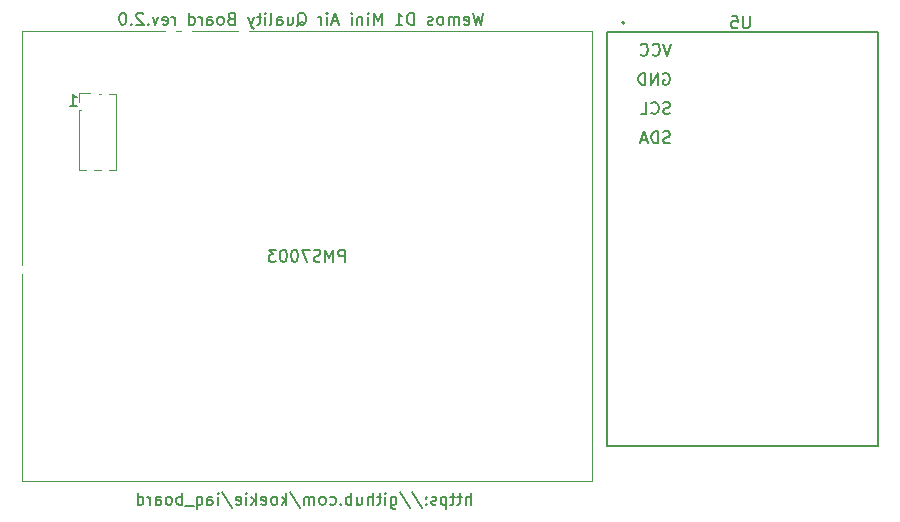
<source format=gbo>
%TF.GenerationSoftware,KiCad,Pcbnew,7.0.1*%
%TF.CreationDate,2023-03-22T16:32:41+01:00*%
%TF.ProjectId,iaq_device,6961715f-6465-4766-9963-652e6b696361,rev?*%
%TF.SameCoordinates,Original*%
%TF.FileFunction,Legend,Bot*%
%TF.FilePolarity,Positive*%
%FSLAX46Y46*%
G04 Gerber Fmt 4.6, Leading zero omitted, Abs format (unit mm)*
G04 Created by KiCad (PCBNEW 7.0.1) date 2023-03-22 16:32:41*
%MOMM*%
%LPD*%
G01*
G04 APERTURE LIST*
%ADD10C,0.150000*%
%ADD11C,0.120000*%
%ADD12C,0.127000*%
%ADD13C,0.200000*%
%ADD14R,1.000000X1.000000*%
%ADD15O,1.000000X1.000000*%
%ADD16R,1.700000X1.700000*%
%ADD17C,1.700000*%
%ADD18O,1.700000X1.700000*%
%ADD19R,1.650000X1.650000*%
%ADD20C,1.650000*%
%ADD21C,0.800000*%
G04 APERTURE END LIST*
D10*
X154606666Y-79776904D02*
X154701904Y-79729285D01*
X154701904Y-79729285D02*
X154844761Y-79729285D01*
X154844761Y-79729285D02*
X154987618Y-79776904D01*
X154987618Y-79776904D02*
X155082856Y-79872142D01*
X155082856Y-79872142D02*
X155130475Y-79967380D01*
X155130475Y-79967380D02*
X155178094Y-80157856D01*
X155178094Y-80157856D02*
X155178094Y-80300713D01*
X155178094Y-80300713D02*
X155130475Y-80491189D01*
X155130475Y-80491189D02*
X155082856Y-80586427D01*
X155082856Y-80586427D02*
X154987618Y-80681666D01*
X154987618Y-80681666D02*
X154844761Y-80729285D01*
X154844761Y-80729285D02*
X154749523Y-80729285D01*
X154749523Y-80729285D02*
X154606666Y-80681666D01*
X154606666Y-80681666D02*
X154559047Y-80634046D01*
X154559047Y-80634046D02*
X154559047Y-80300713D01*
X154559047Y-80300713D02*
X154749523Y-80300713D01*
X154130475Y-80729285D02*
X154130475Y-79729285D01*
X154130475Y-79729285D02*
X153559047Y-80729285D01*
X153559047Y-80729285D02*
X153559047Y-79729285D01*
X153082856Y-80729285D02*
X153082856Y-79729285D01*
X153082856Y-79729285D02*
X152844761Y-79729285D01*
X152844761Y-79729285D02*
X152701904Y-79776904D01*
X152701904Y-79776904D02*
X152606666Y-79872142D01*
X152606666Y-79872142D02*
X152559047Y-79967380D01*
X152559047Y-79967380D02*
X152511428Y-80157856D01*
X152511428Y-80157856D02*
X152511428Y-80300713D01*
X152511428Y-80300713D02*
X152559047Y-80491189D01*
X152559047Y-80491189D02*
X152606666Y-80586427D01*
X152606666Y-80586427D02*
X152701904Y-80681666D01*
X152701904Y-80681666D02*
X152844761Y-80729285D01*
X152844761Y-80729285D02*
X153082856Y-80729285D01*
X155178094Y-83158332D02*
X155035237Y-83205951D01*
X155035237Y-83205951D02*
X154797142Y-83205951D01*
X154797142Y-83205951D02*
X154701904Y-83158332D01*
X154701904Y-83158332D02*
X154654285Y-83110712D01*
X154654285Y-83110712D02*
X154606666Y-83015474D01*
X154606666Y-83015474D02*
X154606666Y-82920236D01*
X154606666Y-82920236D02*
X154654285Y-82824998D01*
X154654285Y-82824998D02*
X154701904Y-82777379D01*
X154701904Y-82777379D02*
X154797142Y-82729760D01*
X154797142Y-82729760D02*
X154987618Y-82682141D01*
X154987618Y-82682141D02*
X155082856Y-82634522D01*
X155082856Y-82634522D02*
X155130475Y-82586903D01*
X155130475Y-82586903D02*
X155178094Y-82491665D01*
X155178094Y-82491665D02*
X155178094Y-82396427D01*
X155178094Y-82396427D02*
X155130475Y-82301189D01*
X155130475Y-82301189D02*
X155082856Y-82253570D01*
X155082856Y-82253570D02*
X154987618Y-82205951D01*
X154987618Y-82205951D02*
X154749523Y-82205951D01*
X154749523Y-82205951D02*
X154606666Y-82253570D01*
X153606666Y-83110712D02*
X153654285Y-83158332D01*
X153654285Y-83158332D02*
X153797142Y-83205951D01*
X153797142Y-83205951D02*
X153892380Y-83205951D01*
X153892380Y-83205951D02*
X154035237Y-83158332D01*
X154035237Y-83158332D02*
X154130475Y-83063093D01*
X154130475Y-83063093D02*
X154178094Y-82967855D01*
X154178094Y-82967855D02*
X154225713Y-82777379D01*
X154225713Y-82777379D02*
X154225713Y-82634522D01*
X154225713Y-82634522D02*
X154178094Y-82444046D01*
X154178094Y-82444046D02*
X154130475Y-82348808D01*
X154130475Y-82348808D02*
X154035237Y-82253570D01*
X154035237Y-82253570D02*
X153892380Y-82205951D01*
X153892380Y-82205951D02*
X153797142Y-82205951D01*
X153797142Y-82205951D02*
X153654285Y-82253570D01*
X153654285Y-82253570D02*
X153606666Y-82301189D01*
X152701904Y-83205951D02*
X153178094Y-83205951D01*
X153178094Y-83205951D02*
X153178094Y-82205951D01*
X139380571Y-74646619D02*
X139142476Y-75646619D01*
X139142476Y-75646619D02*
X138952000Y-74932333D01*
X138952000Y-74932333D02*
X138761524Y-75646619D01*
X138761524Y-75646619D02*
X138523429Y-74646619D01*
X137761524Y-75599000D02*
X137856762Y-75646619D01*
X137856762Y-75646619D02*
X138047238Y-75646619D01*
X138047238Y-75646619D02*
X138142476Y-75599000D01*
X138142476Y-75599000D02*
X138190095Y-75503761D01*
X138190095Y-75503761D02*
X138190095Y-75122809D01*
X138190095Y-75122809D02*
X138142476Y-75027571D01*
X138142476Y-75027571D02*
X138047238Y-74979952D01*
X138047238Y-74979952D02*
X137856762Y-74979952D01*
X137856762Y-74979952D02*
X137761524Y-75027571D01*
X137761524Y-75027571D02*
X137713905Y-75122809D01*
X137713905Y-75122809D02*
X137713905Y-75218047D01*
X137713905Y-75218047D02*
X138190095Y-75313285D01*
X137285333Y-75646619D02*
X137285333Y-74979952D01*
X137285333Y-75075190D02*
X137237714Y-75027571D01*
X137237714Y-75027571D02*
X137142476Y-74979952D01*
X137142476Y-74979952D02*
X136999619Y-74979952D01*
X136999619Y-74979952D02*
X136904381Y-75027571D01*
X136904381Y-75027571D02*
X136856762Y-75122809D01*
X136856762Y-75122809D02*
X136856762Y-75646619D01*
X136856762Y-75122809D02*
X136809143Y-75027571D01*
X136809143Y-75027571D02*
X136713905Y-74979952D01*
X136713905Y-74979952D02*
X136571048Y-74979952D01*
X136571048Y-74979952D02*
X136475809Y-75027571D01*
X136475809Y-75027571D02*
X136428190Y-75122809D01*
X136428190Y-75122809D02*
X136428190Y-75646619D01*
X135809143Y-75646619D02*
X135904381Y-75599000D01*
X135904381Y-75599000D02*
X135952000Y-75551380D01*
X135952000Y-75551380D02*
X135999619Y-75456142D01*
X135999619Y-75456142D02*
X135999619Y-75170428D01*
X135999619Y-75170428D02*
X135952000Y-75075190D01*
X135952000Y-75075190D02*
X135904381Y-75027571D01*
X135904381Y-75027571D02*
X135809143Y-74979952D01*
X135809143Y-74979952D02*
X135666286Y-74979952D01*
X135666286Y-74979952D02*
X135571048Y-75027571D01*
X135571048Y-75027571D02*
X135523429Y-75075190D01*
X135523429Y-75075190D02*
X135475810Y-75170428D01*
X135475810Y-75170428D02*
X135475810Y-75456142D01*
X135475810Y-75456142D02*
X135523429Y-75551380D01*
X135523429Y-75551380D02*
X135571048Y-75599000D01*
X135571048Y-75599000D02*
X135666286Y-75646619D01*
X135666286Y-75646619D02*
X135809143Y-75646619D01*
X135094857Y-75599000D02*
X134999619Y-75646619D01*
X134999619Y-75646619D02*
X134809143Y-75646619D01*
X134809143Y-75646619D02*
X134713905Y-75599000D01*
X134713905Y-75599000D02*
X134666286Y-75503761D01*
X134666286Y-75503761D02*
X134666286Y-75456142D01*
X134666286Y-75456142D02*
X134713905Y-75360904D01*
X134713905Y-75360904D02*
X134809143Y-75313285D01*
X134809143Y-75313285D02*
X134952000Y-75313285D01*
X134952000Y-75313285D02*
X135047238Y-75265666D01*
X135047238Y-75265666D02*
X135094857Y-75170428D01*
X135094857Y-75170428D02*
X135094857Y-75122809D01*
X135094857Y-75122809D02*
X135047238Y-75027571D01*
X135047238Y-75027571D02*
X134952000Y-74979952D01*
X134952000Y-74979952D02*
X134809143Y-74979952D01*
X134809143Y-74979952D02*
X134713905Y-75027571D01*
X133475809Y-75646619D02*
X133475809Y-74646619D01*
X133475809Y-74646619D02*
X133237714Y-74646619D01*
X133237714Y-74646619D02*
X133094857Y-74694238D01*
X133094857Y-74694238D02*
X132999619Y-74789476D01*
X132999619Y-74789476D02*
X132952000Y-74884714D01*
X132952000Y-74884714D02*
X132904381Y-75075190D01*
X132904381Y-75075190D02*
X132904381Y-75218047D01*
X132904381Y-75218047D02*
X132952000Y-75408523D01*
X132952000Y-75408523D02*
X132999619Y-75503761D01*
X132999619Y-75503761D02*
X133094857Y-75599000D01*
X133094857Y-75599000D02*
X133237714Y-75646619D01*
X133237714Y-75646619D02*
X133475809Y-75646619D01*
X131952000Y-75646619D02*
X132523428Y-75646619D01*
X132237714Y-75646619D02*
X132237714Y-74646619D01*
X132237714Y-74646619D02*
X132332952Y-74789476D01*
X132332952Y-74789476D02*
X132428190Y-74884714D01*
X132428190Y-74884714D02*
X132523428Y-74932333D01*
X130761523Y-75646619D02*
X130761523Y-74646619D01*
X130761523Y-74646619D02*
X130428190Y-75360904D01*
X130428190Y-75360904D02*
X130094857Y-74646619D01*
X130094857Y-74646619D02*
X130094857Y-75646619D01*
X129618666Y-75646619D02*
X129618666Y-74979952D01*
X129618666Y-74646619D02*
X129666285Y-74694238D01*
X129666285Y-74694238D02*
X129618666Y-74741857D01*
X129618666Y-74741857D02*
X129571047Y-74694238D01*
X129571047Y-74694238D02*
X129618666Y-74646619D01*
X129618666Y-74646619D02*
X129618666Y-74741857D01*
X129142476Y-74979952D02*
X129142476Y-75646619D01*
X129142476Y-75075190D02*
X129094857Y-75027571D01*
X129094857Y-75027571D02*
X128999619Y-74979952D01*
X128999619Y-74979952D02*
X128856762Y-74979952D01*
X128856762Y-74979952D02*
X128761524Y-75027571D01*
X128761524Y-75027571D02*
X128713905Y-75122809D01*
X128713905Y-75122809D02*
X128713905Y-75646619D01*
X128237714Y-75646619D02*
X128237714Y-74979952D01*
X128237714Y-74646619D02*
X128285333Y-74694238D01*
X128285333Y-74694238D02*
X128237714Y-74741857D01*
X128237714Y-74741857D02*
X128190095Y-74694238D01*
X128190095Y-74694238D02*
X128237714Y-74646619D01*
X128237714Y-74646619D02*
X128237714Y-74741857D01*
X127047238Y-75360904D02*
X126571048Y-75360904D01*
X127142476Y-75646619D02*
X126809143Y-74646619D01*
X126809143Y-74646619D02*
X126475810Y-75646619D01*
X126142476Y-75646619D02*
X126142476Y-74979952D01*
X126142476Y-74646619D02*
X126190095Y-74694238D01*
X126190095Y-74694238D02*
X126142476Y-74741857D01*
X126142476Y-74741857D02*
X126094857Y-74694238D01*
X126094857Y-74694238D02*
X126142476Y-74646619D01*
X126142476Y-74646619D02*
X126142476Y-74741857D01*
X125666286Y-75646619D02*
X125666286Y-74979952D01*
X125666286Y-75170428D02*
X125618667Y-75075190D01*
X125618667Y-75075190D02*
X125571048Y-75027571D01*
X125571048Y-75027571D02*
X125475810Y-74979952D01*
X125475810Y-74979952D02*
X125380572Y-74979952D01*
X123618667Y-75741857D02*
X123713905Y-75694238D01*
X123713905Y-75694238D02*
X123809143Y-75599000D01*
X123809143Y-75599000D02*
X123952000Y-75456142D01*
X123952000Y-75456142D02*
X124047238Y-75408523D01*
X124047238Y-75408523D02*
X124142476Y-75408523D01*
X124094857Y-75646619D02*
X124190095Y-75599000D01*
X124190095Y-75599000D02*
X124285333Y-75503761D01*
X124285333Y-75503761D02*
X124332952Y-75313285D01*
X124332952Y-75313285D02*
X124332952Y-74979952D01*
X124332952Y-74979952D02*
X124285333Y-74789476D01*
X124285333Y-74789476D02*
X124190095Y-74694238D01*
X124190095Y-74694238D02*
X124094857Y-74646619D01*
X124094857Y-74646619D02*
X123904381Y-74646619D01*
X123904381Y-74646619D02*
X123809143Y-74694238D01*
X123809143Y-74694238D02*
X123713905Y-74789476D01*
X123713905Y-74789476D02*
X123666286Y-74979952D01*
X123666286Y-74979952D02*
X123666286Y-75313285D01*
X123666286Y-75313285D02*
X123713905Y-75503761D01*
X123713905Y-75503761D02*
X123809143Y-75599000D01*
X123809143Y-75599000D02*
X123904381Y-75646619D01*
X123904381Y-75646619D02*
X124094857Y-75646619D01*
X122809143Y-74979952D02*
X122809143Y-75646619D01*
X123237714Y-74979952D02*
X123237714Y-75503761D01*
X123237714Y-75503761D02*
X123190095Y-75599000D01*
X123190095Y-75599000D02*
X123094857Y-75646619D01*
X123094857Y-75646619D02*
X122952000Y-75646619D01*
X122952000Y-75646619D02*
X122856762Y-75599000D01*
X122856762Y-75599000D02*
X122809143Y-75551380D01*
X121904381Y-75646619D02*
X121904381Y-75122809D01*
X121904381Y-75122809D02*
X121952000Y-75027571D01*
X121952000Y-75027571D02*
X122047238Y-74979952D01*
X122047238Y-74979952D02*
X122237714Y-74979952D01*
X122237714Y-74979952D02*
X122332952Y-75027571D01*
X121904381Y-75599000D02*
X121999619Y-75646619D01*
X121999619Y-75646619D02*
X122237714Y-75646619D01*
X122237714Y-75646619D02*
X122332952Y-75599000D01*
X122332952Y-75599000D02*
X122380571Y-75503761D01*
X122380571Y-75503761D02*
X122380571Y-75408523D01*
X122380571Y-75408523D02*
X122332952Y-75313285D01*
X122332952Y-75313285D02*
X122237714Y-75265666D01*
X122237714Y-75265666D02*
X121999619Y-75265666D01*
X121999619Y-75265666D02*
X121904381Y-75218047D01*
X121285333Y-75646619D02*
X121380571Y-75599000D01*
X121380571Y-75599000D02*
X121428190Y-75503761D01*
X121428190Y-75503761D02*
X121428190Y-74646619D01*
X120904380Y-75646619D02*
X120904380Y-74979952D01*
X120904380Y-74646619D02*
X120951999Y-74694238D01*
X120951999Y-74694238D02*
X120904380Y-74741857D01*
X120904380Y-74741857D02*
X120856761Y-74694238D01*
X120856761Y-74694238D02*
X120904380Y-74646619D01*
X120904380Y-74646619D02*
X120904380Y-74741857D01*
X120571047Y-74979952D02*
X120190095Y-74979952D01*
X120428190Y-74646619D02*
X120428190Y-75503761D01*
X120428190Y-75503761D02*
X120380571Y-75599000D01*
X120380571Y-75599000D02*
X120285333Y-75646619D01*
X120285333Y-75646619D02*
X120190095Y-75646619D01*
X119951999Y-74979952D02*
X119713904Y-75646619D01*
X119475809Y-74979952D02*
X119713904Y-75646619D01*
X119713904Y-75646619D02*
X119809142Y-75884714D01*
X119809142Y-75884714D02*
X119856761Y-75932333D01*
X119856761Y-75932333D02*
X119951999Y-75979952D01*
X117999618Y-75122809D02*
X117856761Y-75170428D01*
X117856761Y-75170428D02*
X117809142Y-75218047D01*
X117809142Y-75218047D02*
X117761523Y-75313285D01*
X117761523Y-75313285D02*
X117761523Y-75456142D01*
X117761523Y-75456142D02*
X117809142Y-75551380D01*
X117809142Y-75551380D02*
X117856761Y-75599000D01*
X117856761Y-75599000D02*
X117951999Y-75646619D01*
X117951999Y-75646619D02*
X118332951Y-75646619D01*
X118332951Y-75646619D02*
X118332951Y-74646619D01*
X118332951Y-74646619D02*
X117999618Y-74646619D01*
X117999618Y-74646619D02*
X117904380Y-74694238D01*
X117904380Y-74694238D02*
X117856761Y-74741857D01*
X117856761Y-74741857D02*
X117809142Y-74837095D01*
X117809142Y-74837095D02*
X117809142Y-74932333D01*
X117809142Y-74932333D02*
X117856761Y-75027571D01*
X117856761Y-75027571D02*
X117904380Y-75075190D01*
X117904380Y-75075190D02*
X117999618Y-75122809D01*
X117999618Y-75122809D02*
X118332951Y-75122809D01*
X117190094Y-75646619D02*
X117285332Y-75599000D01*
X117285332Y-75599000D02*
X117332951Y-75551380D01*
X117332951Y-75551380D02*
X117380570Y-75456142D01*
X117380570Y-75456142D02*
X117380570Y-75170428D01*
X117380570Y-75170428D02*
X117332951Y-75075190D01*
X117332951Y-75075190D02*
X117285332Y-75027571D01*
X117285332Y-75027571D02*
X117190094Y-74979952D01*
X117190094Y-74979952D02*
X117047237Y-74979952D01*
X117047237Y-74979952D02*
X116951999Y-75027571D01*
X116951999Y-75027571D02*
X116904380Y-75075190D01*
X116904380Y-75075190D02*
X116856761Y-75170428D01*
X116856761Y-75170428D02*
X116856761Y-75456142D01*
X116856761Y-75456142D02*
X116904380Y-75551380D01*
X116904380Y-75551380D02*
X116951999Y-75599000D01*
X116951999Y-75599000D02*
X117047237Y-75646619D01*
X117047237Y-75646619D02*
X117190094Y-75646619D01*
X115999618Y-75646619D02*
X115999618Y-75122809D01*
X115999618Y-75122809D02*
X116047237Y-75027571D01*
X116047237Y-75027571D02*
X116142475Y-74979952D01*
X116142475Y-74979952D02*
X116332951Y-74979952D01*
X116332951Y-74979952D02*
X116428189Y-75027571D01*
X115999618Y-75599000D02*
X116094856Y-75646619D01*
X116094856Y-75646619D02*
X116332951Y-75646619D01*
X116332951Y-75646619D02*
X116428189Y-75599000D01*
X116428189Y-75599000D02*
X116475808Y-75503761D01*
X116475808Y-75503761D02*
X116475808Y-75408523D01*
X116475808Y-75408523D02*
X116428189Y-75313285D01*
X116428189Y-75313285D02*
X116332951Y-75265666D01*
X116332951Y-75265666D02*
X116094856Y-75265666D01*
X116094856Y-75265666D02*
X115999618Y-75218047D01*
X115523427Y-75646619D02*
X115523427Y-74979952D01*
X115523427Y-75170428D02*
X115475808Y-75075190D01*
X115475808Y-75075190D02*
X115428189Y-75027571D01*
X115428189Y-75027571D02*
X115332951Y-74979952D01*
X115332951Y-74979952D02*
X115237713Y-74979952D01*
X114475808Y-75646619D02*
X114475808Y-74646619D01*
X114475808Y-75599000D02*
X114571046Y-75646619D01*
X114571046Y-75646619D02*
X114761522Y-75646619D01*
X114761522Y-75646619D02*
X114856760Y-75599000D01*
X114856760Y-75599000D02*
X114904379Y-75551380D01*
X114904379Y-75551380D02*
X114951998Y-75456142D01*
X114951998Y-75456142D02*
X114951998Y-75170428D01*
X114951998Y-75170428D02*
X114904379Y-75075190D01*
X114904379Y-75075190D02*
X114856760Y-75027571D01*
X114856760Y-75027571D02*
X114761522Y-74979952D01*
X114761522Y-74979952D02*
X114571046Y-74979952D01*
X114571046Y-74979952D02*
X114475808Y-75027571D01*
X113237712Y-75646619D02*
X113237712Y-74979952D01*
X113237712Y-75170428D02*
X113190093Y-75075190D01*
X113190093Y-75075190D02*
X113142474Y-75027571D01*
X113142474Y-75027571D02*
X113047236Y-74979952D01*
X113047236Y-74979952D02*
X112951998Y-74979952D01*
X112237712Y-75599000D02*
X112332950Y-75646619D01*
X112332950Y-75646619D02*
X112523426Y-75646619D01*
X112523426Y-75646619D02*
X112618664Y-75599000D01*
X112618664Y-75599000D02*
X112666283Y-75503761D01*
X112666283Y-75503761D02*
X112666283Y-75122809D01*
X112666283Y-75122809D02*
X112618664Y-75027571D01*
X112618664Y-75027571D02*
X112523426Y-74979952D01*
X112523426Y-74979952D02*
X112332950Y-74979952D01*
X112332950Y-74979952D02*
X112237712Y-75027571D01*
X112237712Y-75027571D02*
X112190093Y-75122809D01*
X112190093Y-75122809D02*
X112190093Y-75218047D01*
X112190093Y-75218047D02*
X112666283Y-75313285D01*
X111856759Y-74979952D02*
X111618664Y-75646619D01*
X111618664Y-75646619D02*
X111380569Y-74979952D01*
X110999616Y-75551380D02*
X110951997Y-75599000D01*
X110951997Y-75599000D02*
X110999616Y-75646619D01*
X110999616Y-75646619D02*
X111047235Y-75599000D01*
X111047235Y-75599000D02*
X110999616Y-75551380D01*
X110999616Y-75551380D02*
X110999616Y-75646619D01*
X110571045Y-74741857D02*
X110523426Y-74694238D01*
X110523426Y-74694238D02*
X110428188Y-74646619D01*
X110428188Y-74646619D02*
X110190093Y-74646619D01*
X110190093Y-74646619D02*
X110094855Y-74694238D01*
X110094855Y-74694238D02*
X110047236Y-74741857D01*
X110047236Y-74741857D02*
X109999617Y-74837095D01*
X109999617Y-74837095D02*
X109999617Y-74932333D01*
X109999617Y-74932333D02*
X110047236Y-75075190D01*
X110047236Y-75075190D02*
X110618664Y-75646619D01*
X110618664Y-75646619D02*
X109999617Y-75646619D01*
X109571045Y-75551380D02*
X109523426Y-75599000D01*
X109523426Y-75599000D02*
X109571045Y-75646619D01*
X109571045Y-75646619D02*
X109618664Y-75599000D01*
X109618664Y-75599000D02*
X109571045Y-75551380D01*
X109571045Y-75551380D02*
X109571045Y-75646619D01*
X108904379Y-74646619D02*
X108809141Y-74646619D01*
X108809141Y-74646619D02*
X108713903Y-74694238D01*
X108713903Y-74694238D02*
X108666284Y-74741857D01*
X108666284Y-74741857D02*
X108618665Y-74837095D01*
X108618665Y-74837095D02*
X108571046Y-75027571D01*
X108571046Y-75027571D02*
X108571046Y-75265666D01*
X108571046Y-75265666D02*
X108618665Y-75456142D01*
X108618665Y-75456142D02*
X108666284Y-75551380D01*
X108666284Y-75551380D02*
X108713903Y-75599000D01*
X108713903Y-75599000D02*
X108809141Y-75646619D01*
X108809141Y-75646619D02*
X108904379Y-75646619D01*
X108904379Y-75646619D02*
X108999617Y-75599000D01*
X108999617Y-75599000D02*
X109047236Y-75551380D01*
X109047236Y-75551380D02*
X109094855Y-75456142D01*
X109094855Y-75456142D02*
X109142474Y-75265666D01*
X109142474Y-75265666D02*
X109142474Y-75027571D01*
X109142474Y-75027571D02*
X109094855Y-74837095D01*
X109094855Y-74837095D02*
X109047236Y-74741857D01*
X109047236Y-74741857D02*
X108999617Y-74694238D01*
X108999617Y-74694238D02*
X108904379Y-74646619D01*
X155273332Y-77252619D02*
X154939999Y-78252619D01*
X154939999Y-78252619D02*
X154606666Y-77252619D01*
X153701904Y-78157380D02*
X153749523Y-78205000D01*
X153749523Y-78205000D02*
X153892380Y-78252619D01*
X153892380Y-78252619D02*
X153987618Y-78252619D01*
X153987618Y-78252619D02*
X154130475Y-78205000D01*
X154130475Y-78205000D02*
X154225713Y-78109761D01*
X154225713Y-78109761D02*
X154273332Y-78014523D01*
X154273332Y-78014523D02*
X154320951Y-77824047D01*
X154320951Y-77824047D02*
X154320951Y-77681190D01*
X154320951Y-77681190D02*
X154273332Y-77490714D01*
X154273332Y-77490714D02*
X154225713Y-77395476D01*
X154225713Y-77395476D02*
X154130475Y-77300238D01*
X154130475Y-77300238D02*
X153987618Y-77252619D01*
X153987618Y-77252619D02*
X153892380Y-77252619D01*
X153892380Y-77252619D02*
X153749523Y-77300238D01*
X153749523Y-77300238D02*
X153701904Y-77347857D01*
X152701904Y-78157380D02*
X152749523Y-78205000D01*
X152749523Y-78205000D02*
X152892380Y-78252619D01*
X152892380Y-78252619D02*
X152987618Y-78252619D01*
X152987618Y-78252619D02*
X153130475Y-78205000D01*
X153130475Y-78205000D02*
X153225713Y-78109761D01*
X153225713Y-78109761D02*
X153273332Y-78014523D01*
X153273332Y-78014523D02*
X153320951Y-77824047D01*
X153320951Y-77824047D02*
X153320951Y-77681190D01*
X153320951Y-77681190D02*
X153273332Y-77490714D01*
X153273332Y-77490714D02*
X153225713Y-77395476D01*
X153225713Y-77395476D02*
X153130475Y-77300238D01*
X153130475Y-77300238D02*
X152987618Y-77252619D01*
X152987618Y-77252619D02*
X152892380Y-77252619D01*
X152892380Y-77252619D02*
X152749523Y-77300238D01*
X152749523Y-77300238D02*
X152701904Y-77347857D01*
X155178095Y-85635000D02*
X155035238Y-85682619D01*
X155035238Y-85682619D02*
X154797143Y-85682619D01*
X154797143Y-85682619D02*
X154701905Y-85635000D01*
X154701905Y-85635000D02*
X154654286Y-85587380D01*
X154654286Y-85587380D02*
X154606667Y-85492142D01*
X154606667Y-85492142D02*
X154606667Y-85396904D01*
X154606667Y-85396904D02*
X154654286Y-85301666D01*
X154654286Y-85301666D02*
X154701905Y-85254047D01*
X154701905Y-85254047D02*
X154797143Y-85206428D01*
X154797143Y-85206428D02*
X154987619Y-85158809D01*
X154987619Y-85158809D02*
X155082857Y-85111190D01*
X155082857Y-85111190D02*
X155130476Y-85063571D01*
X155130476Y-85063571D02*
X155178095Y-84968333D01*
X155178095Y-84968333D02*
X155178095Y-84873095D01*
X155178095Y-84873095D02*
X155130476Y-84777857D01*
X155130476Y-84777857D02*
X155082857Y-84730238D01*
X155082857Y-84730238D02*
X154987619Y-84682619D01*
X154987619Y-84682619D02*
X154749524Y-84682619D01*
X154749524Y-84682619D02*
X154606667Y-84730238D01*
X154178095Y-85682619D02*
X154178095Y-84682619D01*
X154178095Y-84682619D02*
X153940000Y-84682619D01*
X153940000Y-84682619D02*
X153797143Y-84730238D01*
X153797143Y-84730238D02*
X153701905Y-84825476D01*
X153701905Y-84825476D02*
X153654286Y-84920714D01*
X153654286Y-84920714D02*
X153606667Y-85111190D01*
X153606667Y-85111190D02*
X153606667Y-85254047D01*
X153606667Y-85254047D02*
X153654286Y-85444523D01*
X153654286Y-85444523D02*
X153701905Y-85539761D01*
X153701905Y-85539761D02*
X153797143Y-85635000D01*
X153797143Y-85635000D02*
X153940000Y-85682619D01*
X153940000Y-85682619D02*
X154178095Y-85682619D01*
X153225714Y-85396904D02*
X152749524Y-85396904D01*
X153320952Y-85682619D02*
X152987619Y-84682619D01*
X152987619Y-84682619D02*
X152654286Y-85682619D01*
X138301238Y-116286619D02*
X138301238Y-115286619D01*
X137872667Y-116286619D02*
X137872667Y-115762809D01*
X137872667Y-115762809D02*
X137920286Y-115667571D01*
X137920286Y-115667571D02*
X138015524Y-115619952D01*
X138015524Y-115619952D02*
X138158381Y-115619952D01*
X138158381Y-115619952D02*
X138253619Y-115667571D01*
X138253619Y-115667571D02*
X138301238Y-115715190D01*
X137539333Y-115619952D02*
X137158381Y-115619952D01*
X137396476Y-115286619D02*
X137396476Y-116143761D01*
X137396476Y-116143761D02*
X137348857Y-116239000D01*
X137348857Y-116239000D02*
X137253619Y-116286619D01*
X137253619Y-116286619D02*
X137158381Y-116286619D01*
X136967904Y-115619952D02*
X136586952Y-115619952D01*
X136825047Y-115286619D02*
X136825047Y-116143761D01*
X136825047Y-116143761D02*
X136777428Y-116239000D01*
X136777428Y-116239000D02*
X136682190Y-116286619D01*
X136682190Y-116286619D02*
X136586952Y-116286619D01*
X136253618Y-115619952D02*
X136253618Y-116619952D01*
X136253618Y-115667571D02*
X136158380Y-115619952D01*
X136158380Y-115619952D02*
X135967904Y-115619952D01*
X135967904Y-115619952D02*
X135872666Y-115667571D01*
X135872666Y-115667571D02*
X135825047Y-115715190D01*
X135825047Y-115715190D02*
X135777428Y-115810428D01*
X135777428Y-115810428D02*
X135777428Y-116096142D01*
X135777428Y-116096142D02*
X135825047Y-116191380D01*
X135825047Y-116191380D02*
X135872666Y-116239000D01*
X135872666Y-116239000D02*
X135967904Y-116286619D01*
X135967904Y-116286619D02*
X136158380Y-116286619D01*
X136158380Y-116286619D02*
X136253618Y-116239000D01*
X135396475Y-116239000D02*
X135301237Y-116286619D01*
X135301237Y-116286619D02*
X135110761Y-116286619D01*
X135110761Y-116286619D02*
X135015523Y-116239000D01*
X135015523Y-116239000D02*
X134967904Y-116143761D01*
X134967904Y-116143761D02*
X134967904Y-116096142D01*
X134967904Y-116096142D02*
X135015523Y-116000904D01*
X135015523Y-116000904D02*
X135110761Y-115953285D01*
X135110761Y-115953285D02*
X135253618Y-115953285D01*
X135253618Y-115953285D02*
X135348856Y-115905666D01*
X135348856Y-115905666D02*
X135396475Y-115810428D01*
X135396475Y-115810428D02*
X135396475Y-115762809D01*
X135396475Y-115762809D02*
X135348856Y-115667571D01*
X135348856Y-115667571D02*
X135253618Y-115619952D01*
X135253618Y-115619952D02*
X135110761Y-115619952D01*
X135110761Y-115619952D02*
X135015523Y-115667571D01*
X134539332Y-116191380D02*
X134491713Y-116239000D01*
X134491713Y-116239000D02*
X134539332Y-116286619D01*
X134539332Y-116286619D02*
X134586951Y-116239000D01*
X134586951Y-116239000D02*
X134539332Y-116191380D01*
X134539332Y-116191380D02*
X134539332Y-116286619D01*
X134539332Y-115667571D02*
X134491713Y-115715190D01*
X134491713Y-115715190D02*
X134539332Y-115762809D01*
X134539332Y-115762809D02*
X134586951Y-115715190D01*
X134586951Y-115715190D02*
X134539332Y-115667571D01*
X134539332Y-115667571D02*
X134539332Y-115762809D01*
X133348857Y-115239000D02*
X134205999Y-116524714D01*
X132301238Y-115239000D02*
X133158380Y-116524714D01*
X131539333Y-115619952D02*
X131539333Y-116429476D01*
X131539333Y-116429476D02*
X131586952Y-116524714D01*
X131586952Y-116524714D02*
X131634571Y-116572333D01*
X131634571Y-116572333D02*
X131729809Y-116619952D01*
X131729809Y-116619952D02*
X131872666Y-116619952D01*
X131872666Y-116619952D02*
X131967904Y-116572333D01*
X131539333Y-116239000D02*
X131634571Y-116286619D01*
X131634571Y-116286619D02*
X131825047Y-116286619D01*
X131825047Y-116286619D02*
X131920285Y-116239000D01*
X131920285Y-116239000D02*
X131967904Y-116191380D01*
X131967904Y-116191380D02*
X132015523Y-116096142D01*
X132015523Y-116096142D02*
X132015523Y-115810428D01*
X132015523Y-115810428D02*
X131967904Y-115715190D01*
X131967904Y-115715190D02*
X131920285Y-115667571D01*
X131920285Y-115667571D02*
X131825047Y-115619952D01*
X131825047Y-115619952D02*
X131634571Y-115619952D01*
X131634571Y-115619952D02*
X131539333Y-115667571D01*
X131063142Y-116286619D02*
X131063142Y-115619952D01*
X131063142Y-115286619D02*
X131110761Y-115334238D01*
X131110761Y-115334238D02*
X131063142Y-115381857D01*
X131063142Y-115381857D02*
X131015523Y-115334238D01*
X131015523Y-115334238D02*
X131063142Y-115286619D01*
X131063142Y-115286619D02*
X131063142Y-115381857D01*
X130729809Y-115619952D02*
X130348857Y-115619952D01*
X130586952Y-115286619D02*
X130586952Y-116143761D01*
X130586952Y-116143761D02*
X130539333Y-116239000D01*
X130539333Y-116239000D02*
X130444095Y-116286619D01*
X130444095Y-116286619D02*
X130348857Y-116286619D01*
X130015523Y-116286619D02*
X130015523Y-115286619D01*
X129586952Y-116286619D02*
X129586952Y-115762809D01*
X129586952Y-115762809D02*
X129634571Y-115667571D01*
X129634571Y-115667571D02*
X129729809Y-115619952D01*
X129729809Y-115619952D02*
X129872666Y-115619952D01*
X129872666Y-115619952D02*
X129967904Y-115667571D01*
X129967904Y-115667571D02*
X130015523Y-115715190D01*
X128682190Y-115619952D02*
X128682190Y-116286619D01*
X129110761Y-115619952D02*
X129110761Y-116143761D01*
X129110761Y-116143761D02*
X129063142Y-116239000D01*
X129063142Y-116239000D02*
X128967904Y-116286619D01*
X128967904Y-116286619D02*
X128825047Y-116286619D01*
X128825047Y-116286619D02*
X128729809Y-116239000D01*
X128729809Y-116239000D02*
X128682190Y-116191380D01*
X128205999Y-116286619D02*
X128205999Y-115286619D01*
X128205999Y-115667571D02*
X128110761Y-115619952D01*
X128110761Y-115619952D02*
X127920285Y-115619952D01*
X127920285Y-115619952D02*
X127825047Y-115667571D01*
X127825047Y-115667571D02*
X127777428Y-115715190D01*
X127777428Y-115715190D02*
X127729809Y-115810428D01*
X127729809Y-115810428D02*
X127729809Y-116096142D01*
X127729809Y-116096142D02*
X127777428Y-116191380D01*
X127777428Y-116191380D02*
X127825047Y-116239000D01*
X127825047Y-116239000D02*
X127920285Y-116286619D01*
X127920285Y-116286619D02*
X128110761Y-116286619D01*
X128110761Y-116286619D02*
X128205999Y-116239000D01*
X127301237Y-116191380D02*
X127253618Y-116239000D01*
X127253618Y-116239000D02*
X127301237Y-116286619D01*
X127301237Y-116286619D02*
X127348856Y-116239000D01*
X127348856Y-116239000D02*
X127301237Y-116191380D01*
X127301237Y-116191380D02*
X127301237Y-116286619D01*
X126396476Y-116239000D02*
X126491714Y-116286619D01*
X126491714Y-116286619D02*
X126682190Y-116286619D01*
X126682190Y-116286619D02*
X126777428Y-116239000D01*
X126777428Y-116239000D02*
X126825047Y-116191380D01*
X126825047Y-116191380D02*
X126872666Y-116096142D01*
X126872666Y-116096142D02*
X126872666Y-115810428D01*
X126872666Y-115810428D02*
X126825047Y-115715190D01*
X126825047Y-115715190D02*
X126777428Y-115667571D01*
X126777428Y-115667571D02*
X126682190Y-115619952D01*
X126682190Y-115619952D02*
X126491714Y-115619952D01*
X126491714Y-115619952D02*
X126396476Y-115667571D01*
X125825047Y-116286619D02*
X125920285Y-116239000D01*
X125920285Y-116239000D02*
X125967904Y-116191380D01*
X125967904Y-116191380D02*
X126015523Y-116096142D01*
X126015523Y-116096142D02*
X126015523Y-115810428D01*
X126015523Y-115810428D02*
X125967904Y-115715190D01*
X125967904Y-115715190D02*
X125920285Y-115667571D01*
X125920285Y-115667571D02*
X125825047Y-115619952D01*
X125825047Y-115619952D02*
X125682190Y-115619952D01*
X125682190Y-115619952D02*
X125586952Y-115667571D01*
X125586952Y-115667571D02*
X125539333Y-115715190D01*
X125539333Y-115715190D02*
X125491714Y-115810428D01*
X125491714Y-115810428D02*
X125491714Y-116096142D01*
X125491714Y-116096142D02*
X125539333Y-116191380D01*
X125539333Y-116191380D02*
X125586952Y-116239000D01*
X125586952Y-116239000D02*
X125682190Y-116286619D01*
X125682190Y-116286619D02*
X125825047Y-116286619D01*
X125063142Y-116286619D02*
X125063142Y-115619952D01*
X125063142Y-115715190D02*
X125015523Y-115667571D01*
X125015523Y-115667571D02*
X124920285Y-115619952D01*
X124920285Y-115619952D02*
X124777428Y-115619952D01*
X124777428Y-115619952D02*
X124682190Y-115667571D01*
X124682190Y-115667571D02*
X124634571Y-115762809D01*
X124634571Y-115762809D02*
X124634571Y-116286619D01*
X124634571Y-115762809D02*
X124586952Y-115667571D01*
X124586952Y-115667571D02*
X124491714Y-115619952D01*
X124491714Y-115619952D02*
X124348857Y-115619952D01*
X124348857Y-115619952D02*
X124253618Y-115667571D01*
X124253618Y-115667571D02*
X124205999Y-115762809D01*
X124205999Y-115762809D02*
X124205999Y-116286619D01*
X123015524Y-115239000D02*
X123872666Y-116524714D01*
X122682190Y-116286619D02*
X122682190Y-115286619D01*
X122586952Y-115905666D02*
X122301238Y-116286619D01*
X122301238Y-115619952D02*
X122682190Y-116000904D01*
X121729809Y-116286619D02*
X121825047Y-116239000D01*
X121825047Y-116239000D02*
X121872666Y-116191380D01*
X121872666Y-116191380D02*
X121920285Y-116096142D01*
X121920285Y-116096142D02*
X121920285Y-115810428D01*
X121920285Y-115810428D02*
X121872666Y-115715190D01*
X121872666Y-115715190D02*
X121825047Y-115667571D01*
X121825047Y-115667571D02*
X121729809Y-115619952D01*
X121729809Y-115619952D02*
X121586952Y-115619952D01*
X121586952Y-115619952D02*
X121491714Y-115667571D01*
X121491714Y-115667571D02*
X121444095Y-115715190D01*
X121444095Y-115715190D02*
X121396476Y-115810428D01*
X121396476Y-115810428D02*
X121396476Y-116096142D01*
X121396476Y-116096142D02*
X121444095Y-116191380D01*
X121444095Y-116191380D02*
X121491714Y-116239000D01*
X121491714Y-116239000D02*
X121586952Y-116286619D01*
X121586952Y-116286619D02*
X121729809Y-116286619D01*
X120586952Y-116239000D02*
X120682190Y-116286619D01*
X120682190Y-116286619D02*
X120872666Y-116286619D01*
X120872666Y-116286619D02*
X120967904Y-116239000D01*
X120967904Y-116239000D02*
X121015523Y-116143761D01*
X121015523Y-116143761D02*
X121015523Y-115762809D01*
X121015523Y-115762809D02*
X120967904Y-115667571D01*
X120967904Y-115667571D02*
X120872666Y-115619952D01*
X120872666Y-115619952D02*
X120682190Y-115619952D01*
X120682190Y-115619952D02*
X120586952Y-115667571D01*
X120586952Y-115667571D02*
X120539333Y-115762809D01*
X120539333Y-115762809D02*
X120539333Y-115858047D01*
X120539333Y-115858047D02*
X121015523Y-115953285D01*
X120110761Y-116286619D02*
X120110761Y-115286619D01*
X120015523Y-115905666D02*
X119729809Y-116286619D01*
X119729809Y-115619952D02*
X120110761Y-116000904D01*
X119301237Y-116286619D02*
X119301237Y-115619952D01*
X119301237Y-115286619D02*
X119348856Y-115334238D01*
X119348856Y-115334238D02*
X119301237Y-115381857D01*
X119301237Y-115381857D02*
X119253618Y-115334238D01*
X119253618Y-115334238D02*
X119301237Y-115286619D01*
X119301237Y-115286619D02*
X119301237Y-115381857D01*
X118444095Y-116239000D02*
X118539333Y-116286619D01*
X118539333Y-116286619D02*
X118729809Y-116286619D01*
X118729809Y-116286619D02*
X118825047Y-116239000D01*
X118825047Y-116239000D02*
X118872666Y-116143761D01*
X118872666Y-116143761D02*
X118872666Y-115762809D01*
X118872666Y-115762809D02*
X118825047Y-115667571D01*
X118825047Y-115667571D02*
X118729809Y-115619952D01*
X118729809Y-115619952D02*
X118539333Y-115619952D01*
X118539333Y-115619952D02*
X118444095Y-115667571D01*
X118444095Y-115667571D02*
X118396476Y-115762809D01*
X118396476Y-115762809D02*
X118396476Y-115858047D01*
X118396476Y-115858047D02*
X118872666Y-115953285D01*
X117253619Y-115239000D02*
X118110761Y-116524714D01*
X116920285Y-116286619D02*
X116920285Y-115619952D01*
X116920285Y-115286619D02*
X116967904Y-115334238D01*
X116967904Y-115334238D02*
X116920285Y-115381857D01*
X116920285Y-115381857D02*
X116872666Y-115334238D01*
X116872666Y-115334238D02*
X116920285Y-115286619D01*
X116920285Y-115286619D02*
X116920285Y-115381857D01*
X116015524Y-116286619D02*
X116015524Y-115762809D01*
X116015524Y-115762809D02*
X116063143Y-115667571D01*
X116063143Y-115667571D02*
X116158381Y-115619952D01*
X116158381Y-115619952D02*
X116348857Y-115619952D01*
X116348857Y-115619952D02*
X116444095Y-115667571D01*
X116015524Y-116239000D02*
X116110762Y-116286619D01*
X116110762Y-116286619D02*
X116348857Y-116286619D01*
X116348857Y-116286619D02*
X116444095Y-116239000D01*
X116444095Y-116239000D02*
X116491714Y-116143761D01*
X116491714Y-116143761D02*
X116491714Y-116048523D01*
X116491714Y-116048523D02*
X116444095Y-115953285D01*
X116444095Y-115953285D02*
X116348857Y-115905666D01*
X116348857Y-115905666D02*
X116110762Y-115905666D01*
X116110762Y-115905666D02*
X116015524Y-115858047D01*
X115110762Y-115619952D02*
X115110762Y-116619952D01*
X115110762Y-116239000D02*
X115206000Y-116286619D01*
X115206000Y-116286619D02*
X115396476Y-116286619D01*
X115396476Y-116286619D02*
X115491714Y-116239000D01*
X115491714Y-116239000D02*
X115539333Y-116191380D01*
X115539333Y-116191380D02*
X115586952Y-116096142D01*
X115586952Y-116096142D02*
X115586952Y-115810428D01*
X115586952Y-115810428D02*
X115539333Y-115715190D01*
X115539333Y-115715190D02*
X115491714Y-115667571D01*
X115491714Y-115667571D02*
X115396476Y-115619952D01*
X115396476Y-115619952D02*
X115206000Y-115619952D01*
X115206000Y-115619952D02*
X115110762Y-115667571D01*
X114872667Y-116381857D02*
X114110762Y-116381857D01*
X113872666Y-116286619D02*
X113872666Y-115286619D01*
X113872666Y-115667571D02*
X113777428Y-115619952D01*
X113777428Y-115619952D02*
X113586952Y-115619952D01*
X113586952Y-115619952D02*
X113491714Y-115667571D01*
X113491714Y-115667571D02*
X113444095Y-115715190D01*
X113444095Y-115715190D02*
X113396476Y-115810428D01*
X113396476Y-115810428D02*
X113396476Y-116096142D01*
X113396476Y-116096142D02*
X113444095Y-116191380D01*
X113444095Y-116191380D02*
X113491714Y-116239000D01*
X113491714Y-116239000D02*
X113586952Y-116286619D01*
X113586952Y-116286619D02*
X113777428Y-116286619D01*
X113777428Y-116286619D02*
X113872666Y-116239000D01*
X112825047Y-116286619D02*
X112920285Y-116239000D01*
X112920285Y-116239000D02*
X112967904Y-116191380D01*
X112967904Y-116191380D02*
X113015523Y-116096142D01*
X113015523Y-116096142D02*
X113015523Y-115810428D01*
X113015523Y-115810428D02*
X112967904Y-115715190D01*
X112967904Y-115715190D02*
X112920285Y-115667571D01*
X112920285Y-115667571D02*
X112825047Y-115619952D01*
X112825047Y-115619952D02*
X112682190Y-115619952D01*
X112682190Y-115619952D02*
X112586952Y-115667571D01*
X112586952Y-115667571D02*
X112539333Y-115715190D01*
X112539333Y-115715190D02*
X112491714Y-115810428D01*
X112491714Y-115810428D02*
X112491714Y-116096142D01*
X112491714Y-116096142D02*
X112539333Y-116191380D01*
X112539333Y-116191380D02*
X112586952Y-116239000D01*
X112586952Y-116239000D02*
X112682190Y-116286619D01*
X112682190Y-116286619D02*
X112825047Y-116286619D01*
X111634571Y-116286619D02*
X111634571Y-115762809D01*
X111634571Y-115762809D02*
X111682190Y-115667571D01*
X111682190Y-115667571D02*
X111777428Y-115619952D01*
X111777428Y-115619952D02*
X111967904Y-115619952D01*
X111967904Y-115619952D02*
X112063142Y-115667571D01*
X111634571Y-116239000D02*
X111729809Y-116286619D01*
X111729809Y-116286619D02*
X111967904Y-116286619D01*
X111967904Y-116286619D02*
X112063142Y-116239000D01*
X112063142Y-116239000D02*
X112110761Y-116143761D01*
X112110761Y-116143761D02*
X112110761Y-116048523D01*
X112110761Y-116048523D02*
X112063142Y-115953285D01*
X112063142Y-115953285D02*
X111967904Y-115905666D01*
X111967904Y-115905666D02*
X111729809Y-115905666D01*
X111729809Y-115905666D02*
X111634571Y-115858047D01*
X111158380Y-116286619D02*
X111158380Y-115619952D01*
X111158380Y-115810428D02*
X111110761Y-115715190D01*
X111110761Y-115715190D02*
X111063142Y-115667571D01*
X111063142Y-115667571D02*
X110967904Y-115619952D01*
X110967904Y-115619952D02*
X110872666Y-115619952D01*
X110110761Y-116286619D02*
X110110761Y-115286619D01*
X110110761Y-116239000D02*
X110205999Y-116286619D01*
X110205999Y-116286619D02*
X110396475Y-116286619D01*
X110396475Y-116286619D02*
X110491713Y-116239000D01*
X110491713Y-116239000D02*
X110539332Y-116191380D01*
X110539332Y-116191380D02*
X110586951Y-116096142D01*
X110586951Y-116096142D02*
X110586951Y-115810428D01*
X110586951Y-115810428D02*
X110539332Y-115715190D01*
X110539332Y-115715190D02*
X110491713Y-115667571D01*
X110491713Y-115667571D02*
X110396475Y-115619952D01*
X110396475Y-115619952D02*
X110205999Y-115619952D01*
X110205999Y-115619952D02*
X110110761Y-115667571D01*
X127674285Y-95712619D02*
X127674285Y-94712619D01*
X127674285Y-94712619D02*
X127293333Y-94712619D01*
X127293333Y-94712619D02*
X127198095Y-94760238D01*
X127198095Y-94760238D02*
X127150476Y-94807857D01*
X127150476Y-94807857D02*
X127102857Y-94903095D01*
X127102857Y-94903095D02*
X127102857Y-95045952D01*
X127102857Y-95045952D02*
X127150476Y-95141190D01*
X127150476Y-95141190D02*
X127198095Y-95188809D01*
X127198095Y-95188809D02*
X127293333Y-95236428D01*
X127293333Y-95236428D02*
X127674285Y-95236428D01*
X126674285Y-95712619D02*
X126674285Y-94712619D01*
X126674285Y-94712619D02*
X126340952Y-95426904D01*
X126340952Y-95426904D02*
X126007619Y-94712619D01*
X126007619Y-94712619D02*
X126007619Y-95712619D01*
X125579047Y-95665000D02*
X125436190Y-95712619D01*
X125436190Y-95712619D02*
X125198095Y-95712619D01*
X125198095Y-95712619D02*
X125102857Y-95665000D01*
X125102857Y-95665000D02*
X125055238Y-95617380D01*
X125055238Y-95617380D02*
X125007619Y-95522142D01*
X125007619Y-95522142D02*
X125007619Y-95426904D01*
X125007619Y-95426904D02*
X125055238Y-95331666D01*
X125055238Y-95331666D02*
X125102857Y-95284047D01*
X125102857Y-95284047D02*
X125198095Y-95236428D01*
X125198095Y-95236428D02*
X125388571Y-95188809D01*
X125388571Y-95188809D02*
X125483809Y-95141190D01*
X125483809Y-95141190D02*
X125531428Y-95093571D01*
X125531428Y-95093571D02*
X125579047Y-94998333D01*
X125579047Y-94998333D02*
X125579047Y-94903095D01*
X125579047Y-94903095D02*
X125531428Y-94807857D01*
X125531428Y-94807857D02*
X125483809Y-94760238D01*
X125483809Y-94760238D02*
X125388571Y-94712619D01*
X125388571Y-94712619D02*
X125150476Y-94712619D01*
X125150476Y-94712619D02*
X125007619Y-94760238D01*
X124674285Y-94712619D02*
X124007619Y-94712619D01*
X124007619Y-94712619D02*
X124436190Y-95712619D01*
X123436190Y-94712619D02*
X123340952Y-94712619D01*
X123340952Y-94712619D02*
X123245714Y-94760238D01*
X123245714Y-94760238D02*
X123198095Y-94807857D01*
X123198095Y-94807857D02*
X123150476Y-94903095D01*
X123150476Y-94903095D02*
X123102857Y-95093571D01*
X123102857Y-95093571D02*
X123102857Y-95331666D01*
X123102857Y-95331666D02*
X123150476Y-95522142D01*
X123150476Y-95522142D02*
X123198095Y-95617380D01*
X123198095Y-95617380D02*
X123245714Y-95665000D01*
X123245714Y-95665000D02*
X123340952Y-95712619D01*
X123340952Y-95712619D02*
X123436190Y-95712619D01*
X123436190Y-95712619D02*
X123531428Y-95665000D01*
X123531428Y-95665000D02*
X123579047Y-95617380D01*
X123579047Y-95617380D02*
X123626666Y-95522142D01*
X123626666Y-95522142D02*
X123674285Y-95331666D01*
X123674285Y-95331666D02*
X123674285Y-95093571D01*
X123674285Y-95093571D02*
X123626666Y-94903095D01*
X123626666Y-94903095D02*
X123579047Y-94807857D01*
X123579047Y-94807857D02*
X123531428Y-94760238D01*
X123531428Y-94760238D02*
X123436190Y-94712619D01*
X122483809Y-94712619D02*
X122388571Y-94712619D01*
X122388571Y-94712619D02*
X122293333Y-94760238D01*
X122293333Y-94760238D02*
X122245714Y-94807857D01*
X122245714Y-94807857D02*
X122198095Y-94903095D01*
X122198095Y-94903095D02*
X122150476Y-95093571D01*
X122150476Y-95093571D02*
X122150476Y-95331666D01*
X122150476Y-95331666D02*
X122198095Y-95522142D01*
X122198095Y-95522142D02*
X122245714Y-95617380D01*
X122245714Y-95617380D02*
X122293333Y-95665000D01*
X122293333Y-95665000D02*
X122388571Y-95712619D01*
X122388571Y-95712619D02*
X122483809Y-95712619D01*
X122483809Y-95712619D02*
X122579047Y-95665000D01*
X122579047Y-95665000D02*
X122626666Y-95617380D01*
X122626666Y-95617380D02*
X122674285Y-95522142D01*
X122674285Y-95522142D02*
X122721904Y-95331666D01*
X122721904Y-95331666D02*
X122721904Y-95093571D01*
X122721904Y-95093571D02*
X122674285Y-94903095D01*
X122674285Y-94903095D02*
X122626666Y-94807857D01*
X122626666Y-94807857D02*
X122579047Y-94760238D01*
X122579047Y-94760238D02*
X122483809Y-94712619D01*
X121817142Y-94712619D02*
X121198095Y-94712619D01*
X121198095Y-94712619D02*
X121531428Y-95093571D01*
X121531428Y-95093571D02*
X121388571Y-95093571D01*
X121388571Y-95093571D02*
X121293333Y-95141190D01*
X121293333Y-95141190D02*
X121245714Y-95188809D01*
X121245714Y-95188809D02*
X121198095Y-95284047D01*
X121198095Y-95284047D02*
X121198095Y-95522142D01*
X121198095Y-95522142D02*
X121245714Y-95617380D01*
X121245714Y-95617380D02*
X121293333Y-95665000D01*
X121293333Y-95665000D02*
X121388571Y-95712619D01*
X121388571Y-95712619D02*
X121674285Y-95712619D01*
X121674285Y-95712619D02*
X121769523Y-95665000D01*
X121769523Y-95665000D02*
X121817142Y-95617380D01*
X104362285Y-82504619D02*
X104933713Y-82504619D01*
X104647999Y-82504619D02*
X104647999Y-81504619D01*
X104647999Y-81504619D02*
X104743237Y-81647476D01*
X104743237Y-81647476D02*
X104838475Y-81742714D01*
X104838475Y-81742714D02*
X104933713Y-81790333D01*
X161911904Y-74942619D02*
X161911904Y-75752142D01*
X161911904Y-75752142D02*
X161864285Y-75847380D01*
X161864285Y-75847380D02*
X161816666Y-75895000D01*
X161816666Y-75895000D02*
X161721428Y-75942619D01*
X161721428Y-75942619D02*
X161530952Y-75942619D01*
X161530952Y-75942619D02*
X161435714Y-75895000D01*
X161435714Y-75895000D02*
X161388095Y-75847380D01*
X161388095Y-75847380D02*
X161340476Y-75752142D01*
X161340476Y-75752142D02*
X161340476Y-74942619D01*
X160388095Y-74942619D02*
X160864285Y-74942619D01*
X160864285Y-74942619D02*
X160911904Y-75418809D01*
X160911904Y-75418809D02*
X160864285Y-75371190D01*
X160864285Y-75371190D02*
X160769047Y-75323571D01*
X160769047Y-75323571D02*
X160530952Y-75323571D01*
X160530952Y-75323571D02*
X160435714Y-75371190D01*
X160435714Y-75371190D02*
X160388095Y-75418809D01*
X160388095Y-75418809D02*
X160340476Y-75514047D01*
X160340476Y-75514047D02*
X160340476Y-75752142D01*
X160340476Y-75752142D02*
X160388095Y-75847380D01*
X160388095Y-75847380D02*
X160435714Y-75895000D01*
X160435714Y-75895000D02*
X160530952Y-75942619D01*
X160530952Y-75942619D02*
X160769047Y-75942619D01*
X160769047Y-75942619D02*
X160864285Y-75895000D01*
X160864285Y-75895000D02*
X160911904Y-75847380D01*
D11*
X148590000Y-76200000D02*
X100330000Y-76200000D01*
X148590000Y-114300000D02*
X148590000Y-76200000D01*
X108290000Y-81515000D02*
X108290000Y-87985000D01*
X108290000Y-81515000D02*
X107647530Y-81515000D01*
X108290000Y-87985000D02*
X107647530Y-87985000D01*
X107032470Y-81515000D02*
X106830000Y-81515000D01*
X107032470Y-87985000D02*
X106377530Y-87985000D01*
X106070000Y-81450000D02*
X105120000Y-81450000D01*
X105762470Y-87985000D02*
X105120000Y-87985000D01*
X105310000Y-82845000D02*
X105120000Y-82845000D01*
X105120000Y-81450000D02*
X105120000Y-82210000D01*
X105120000Y-82845000D02*
X105120000Y-87985000D01*
X100330000Y-76200000D02*
X100330000Y-114300000D01*
X100330000Y-114300000D02*
X148590000Y-114300000D01*
D12*
X172830000Y-76272500D02*
X149830000Y-76272500D01*
X149830000Y-76272500D02*
X149830000Y-111272500D01*
X172830000Y-111272500D02*
X172830000Y-76272500D01*
X149830000Y-111272500D02*
X172830000Y-111272500D01*
D13*
X151330000Y-75472500D02*
G75*
G03*
X151330000Y-75472500I-100000J0D01*
G01*
%LPC*%
D10*
X117096190Y-95337619D02*
X117096190Y-96051904D01*
X117096190Y-96051904D02*
X117143809Y-96194761D01*
X117143809Y-96194761D02*
X117239047Y-96290000D01*
X117239047Y-96290000D02*
X117381904Y-96337619D01*
X117381904Y-96337619D02*
X117477142Y-96337619D01*
X116143809Y-96337619D02*
X116619999Y-96337619D01*
X116619999Y-96337619D02*
X116619999Y-95337619D01*
X115239047Y-96242380D02*
X115286666Y-96290000D01*
X115286666Y-96290000D02*
X115429523Y-96337619D01*
X115429523Y-96337619D02*
X115524761Y-96337619D01*
X115524761Y-96337619D02*
X115667618Y-96290000D01*
X115667618Y-96290000D02*
X115762856Y-96194761D01*
X115762856Y-96194761D02*
X115810475Y-96099523D01*
X115810475Y-96099523D02*
X115858094Y-95909047D01*
X115858094Y-95909047D02*
X115858094Y-95766190D01*
X115858094Y-95766190D02*
X115810475Y-95575714D01*
X115810475Y-95575714D02*
X115762856Y-95480476D01*
X115762856Y-95480476D02*
X115667618Y-95385238D01*
X115667618Y-95385238D02*
X115524761Y-95337619D01*
X115524761Y-95337619D02*
X115429523Y-95337619D01*
X115429523Y-95337619D02*
X115286666Y-95385238D01*
X115286666Y-95385238D02*
X115239047Y-95432857D01*
X114524761Y-95337619D02*
X114524761Y-96051904D01*
X114524761Y-96051904D02*
X114572380Y-96194761D01*
X114572380Y-96194761D02*
X114667618Y-96290000D01*
X114667618Y-96290000D02*
X114810475Y-96337619D01*
X114810475Y-96337619D02*
X114905713Y-96337619D01*
X113572380Y-96337619D02*
X114048570Y-96337619D01*
X114048570Y-96337619D02*
X114048570Y-95337619D01*
X112667618Y-96242380D02*
X112715237Y-96290000D01*
X112715237Y-96290000D02*
X112858094Y-96337619D01*
X112858094Y-96337619D02*
X112953332Y-96337619D01*
X112953332Y-96337619D02*
X113096189Y-96290000D01*
X113096189Y-96290000D02*
X113191427Y-96194761D01*
X113191427Y-96194761D02*
X113239046Y-96099523D01*
X113239046Y-96099523D02*
X113286665Y-95909047D01*
X113286665Y-95909047D02*
X113286665Y-95766190D01*
X113286665Y-95766190D02*
X113239046Y-95575714D01*
X113239046Y-95575714D02*
X113191427Y-95480476D01*
X113191427Y-95480476D02*
X113096189Y-95385238D01*
X113096189Y-95385238D02*
X112953332Y-95337619D01*
X112953332Y-95337619D02*
X112858094Y-95337619D01*
X112858094Y-95337619D02*
X112715237Y-95385238D01*
X112715237Y-95385238D02*
X112667618Y-95432857D01*
X111953332Y-95337619D02*
X111953332Y-96051904D01*
X111953332Y-96051904D02*
X112000951Y-96194761D01*
X112000951Y-96194761D02*
X112096189Y-96290000D01*
X112096189Y-96290000D02*
X112239046Y-96337619D01*
X112239046Y-96337619D02*
X112334284Y-96337619D01*
X111000951Y-96337619D02*
X111477141Y-96337619D01*
X111477141Y-96337619D02*
X111477141Y-95337619D01*
X110096189Y-96242380D02*
X110143808Y-96290000D01*
X110143808Y-96290000D02*
X110286665Y-96337619D01*
X110286665Y-96337619D02*
X110381903Y-96337619D01*
X110381903Y-96337619D02*
X110524760Y-96290000D01*
X110524760Y-96290000D02*
X110619998Y-96194761D01*
X110619998Y-96194761D02*
X110667617Y-96099523D01*
X110667617Y-96099523D02*
X110715236Y-95909047D01*
X110715236Y-95909047D02*
X110715236Y-95766190D01*
X110715236Y-95766190D02*
X110667617Y-95575714D01*
X110667617Y-95575714D02*
X110619998Y-95480476D01*
X110619998Y-95480476D02*
X110524760Y-95385238D01*
X110524760Y-95385238D02*
X110381903Y-95337619D01*
X110381903Y-95337619D02*
X110286665Y-95337619D01*
X110286665Y-95337619D02*
X110143808Y-95385238D01*
X110143808Y-95385238D02*
X110096189Y-95432857D01*
X109381903Y-95337619D02*
X109381903Y-96051904D01*
X109381903Y-96051904D02*
X109429522Y-96194761D01*
X109429522Y-96194761D02*
X109524760Y-96290000D01*
X109524760Y-96290000D02*
X109667617Y-96337619D01*
X109667617Y-96337619D02*
X109762855Y-96337619D01*
X108429522Y-96337619D02*
X108905712Y-96337619D01*
X108905712Y-96337619D02*
X108905712Y-95337619D01*
X107524760Y-96242380D02*
X107572379Y-96290000D01*
X107572379Y-96290000D02*
X107715236Y-96337619D01*
X107715236Y-96337619D02*
X107810474Y-96337619D01*
X107810474Y-96337619D02*
X107953331Y-96290000D01*
X107953331Y-96290000D02*
X108048569Y-96194761D01*
X108048569Y-96194761D02*
X108096188Y-96099523D01*
X108096188Y-96099523D02*
X108143807Y-95909047D01*
X108143807Y-95909047D02*
X108143807Y-95766190D01*
X108143807Y-95766190D02*
X108096188Y-95575714D01*
X108096188Y-95575714D02*
X108048569Y-95480476D01*
X108048569Y-95480476D02*
X107953331Y-95385238D01*
X107953331Y-95385238D02*
X107810474Y-95337619D01*
X107810474Y-95337619D02*
X107715236Y-95337619D01*
X107715236Y-95337619D02*
X107572379Y-95385238D01*
X107572379Y-95385238D02*
X107524760Y-95432857D01*
D14*
X106070000Y-82210000D03*
D15*
X107340000Y-82210000D03*
X106070000Y-83480000D03*
X107340000Y-83480000D03*
X106070000Y-84750000D03*
X107340000Y-84750000D03*
X106070000Y-86020000D03*
X107340000Y-86020000D03*
X106070000Y-87290000D03*
X107340000Y-87290000D03*
D16*
X162940000Y-101400000D03*
D17*
X160400000Y-101400000D03*
X157860000Y-101400000D03*
X155320000Y-101400000D03*
D16*
X158950000Y-104882000D03*
D18*
X156410000Y-104882000D03*
X153870000Y-104882000D03*
X151330000Y-104882000D03*
D16*
X162510000Y-112260000D03*
D17*
X162510000Y-109720000D03*
X162510000Y-107180000D03*
D16*
X162510000Y-104640000D03*
D19*
X151230000Y-77672500D03*
D20*
X151230000Y-80212500D03*
X151230000Y-82752500D03*
X151230000Y-85292500D03*
X151230000Y-87832500D03*
X151230000Y-90372500D03*
X151230000Y-92912500D03*
D21*
X124090000Y-82530000D03*
X111370000Y-81230000D03*
X119670000Y-99480000D03*
X121540000Y-103370000D03*
X121440000Y-104360000D03*
X136450000Y-102770000D03*
X100500000Y-96390000D03*
X112900000Y-76250000D03*
X122762273Y-100082273D03*
X140250000Y-79000000D03*
X114300000Y-76200000D03*
X120500000Y-82250000D03*
X145034000Y-96139000D03*
X125500000Y-115000000D03*
X107315000Y-93345000D03*
X116500000Y-85000000D03*
X158750000Y-113250000D03*
X123000000Y-85000000D03*
X113792000Y-92202000D03*
X124968000Y-98425000D03*
X164500000Y-91250000D03*
X103886000Y-83566000D03*
X122000000Y-90250000D03*
X119126000Y-76200000D03*
X104013000Y-100203000D03*
X106631500Y-100251500D03*
X109601000Y-83566000D03*
X142120000Y-89040000D03*
X115010000Y-108410000D03*
X116130000Y-109430000D03*
X142500000Y-94000000D03*
X118764000Y-107471000D03*
X118764000Y-105947000D03*
X127000000Y-96750000D03*
M02*

</source>
